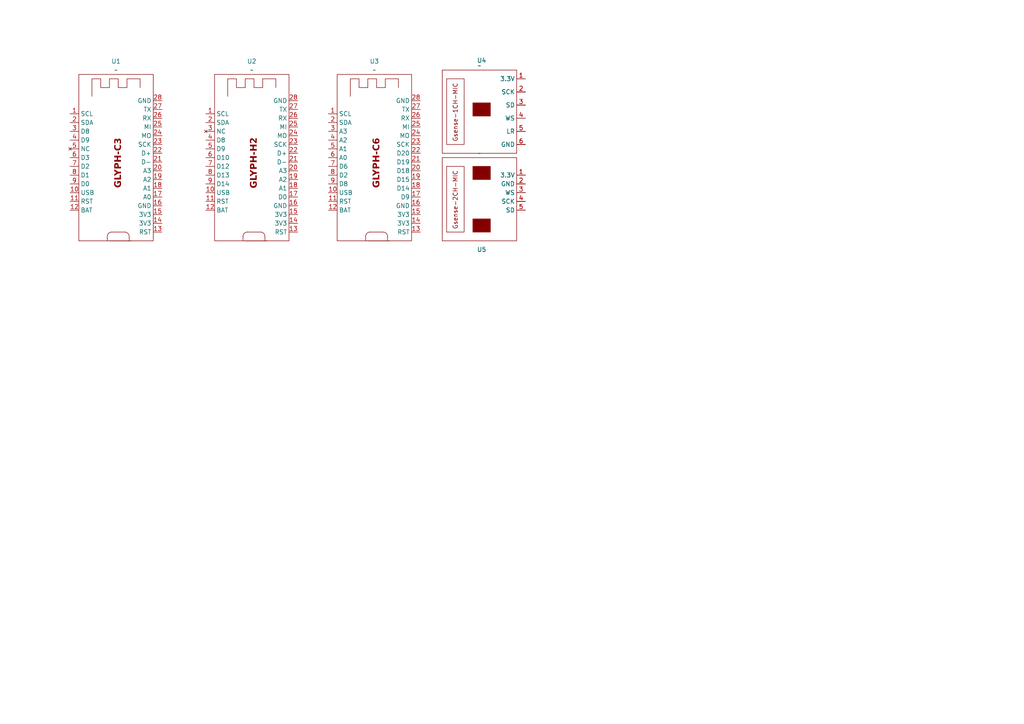
<source format=kicad_sch>
(kicad_sch (version 20250114) (generator "eeschema") (generator_version "9.0")
  (paper "A4")
  (lib_symbols
    (symbol "GlypC6:GLYPHC6"
      (property "Reference" "U1" (at -0.635 29.21 0))
      (property "Value" "~" (at -0.635 26.67 0))
      (symbol "GLYPHC6_0_1"
        (rectangle (start -11.43 25.4) (end 10.16 -22.86))
        (polyline (pts (xy -7.62 19.05) (xy -7.62 24.13) (xy -5.08 24.13) (xy -5.08 21.59) (xy -2.54 21.59) (xy -2.54 24.13) (xy 0 24.13) (xy 0 21.59) (xy 2.54 21.59) (xy 2.54 24.13) (xy 6.35 24.13) (xy 6.35 21.59)))
        (polyline (pts (xy -3.175 -21.59) (xy -3.175 -22.86)))
        (polyline (pts (xy -2.54 -22.86) (xy 3.81 -22.86)))
        (arc (start -3.175 -21.59) (mid -2.803 -20.692) (end -1.905 -20.32))
        (polyline (pts (xy 1.905 -20.32) (xy -1.905 -20.32)))
        (arc (start 1.9051 -20.3199) (mid 2.8031 -20.6919) (end 3.1751 -21.5899))
        (polyline (pts (xy 3.175 -21.59) (xy 3.175 -22.86)))
        (rectangle (start 3.81 -22.86) (end 3.81 -22.86))
      )
      (symbol "GLYPHC6_1_0"
        (pin power_in line (at -13.97 -8.89 0) (length 2.54) (name "USB") (number "10"))
        (pin passive line (at -13.97 -11.43 0) (length 2.54) (name "RST") (number "11"))
        (pin power_in line (at -13.97 -13.97 0) (length 2.54) (name "BAT") (number "12"))
        (pin power_in line (at 12.7 17.78 180) (length 2.54) (name "GND") (number "28"))
        (pin bidirectional line (at 12.7 15.24 180) (length 2.54) (name "TX") (number "27"))
        (pin bidirectional line (at 12.7 12.7 180) (length 2.54) (name "RX") (number "26"))
        (pin bidirectional line (at 12.7 10.16 180) (length 2.54) (name "MI") (number "25"))
        (pin bidirectional line (at 12.7 7.62 180) (length 2.54) (name "MO") (number "24"))
        (pin bidirectional line (at 12.7 5.08 180) (length 2.54) (name "SCK") (number "23"))
        (pin bidirectional line (at 12.7 2.54 180) (length 2.54) (name "D20") (number "22"))
        (pin bidirectional line (at 12.7 0 180) (length 2.54) (name "D19") (number "21"))
        (pin bidirectional line (at 12.7 -2.54 180) (length 2.54) (name "D18") (number "20"))
        (pin bidirectional line (at 12.7 -5.08 180) (length 2.54) (name "D15") (number "19"))
        (pin bidirectional line (at 12.7 -7.62 180) (length 2.54) (name "D14") (number "18"))
        (pin bidirectional line (at 12.7 -10.16 180) (length 2.54) (name "D9") (number "17"))
        (pin power_in line (at 12.7 -12.7 180) (length 2.54) (name "GND") (number "16"))
        (pin power_in line (at 12.7 -15.24 180) (length 2.54) (name "3V3") (number "15"))
        (pin power_in line (at 12.7 -17.78 180) (length 2.54) (name "3V3") (number "14"))
        (pin passive line (at 12.7 -20.32 180) (length 2.54) (name "RST") (number "13"))
      )
      (symbol "GLYPHC6_1_1"
        (text "GLYPH-C6" (at 0 -0.254 900) (effects (font (size 1.905 1.905) (bold yes))))
        (pin bidirectional line (at -13.97 13.97 0) (length 2.54) (name "SCL") (number "1"))
        (pin bidirectional line (at -13.97 11.43 0) (length 2.54) (name "SDA") (number "2"))
        (pin bidirectional line (at -13.97 8.89 0) (length 2.54) (name "A3") (number "3"))
        (pin bidirectional line (at -13.97 6.35 0) (length 2.54) (name "A2") (number "4"))
        (pin bidirectional line (at -13.97 3.81 0) (length 2.54) (name "A1") (number "5"))
        (pin bidirectional line (at -13.97 1.27 0) (length 2.54) (name "A0") (number "6"))
        (pin bidirectional line (at -13.97 -1.27 0) (length 2.54) (name "D6") (number "7"))
        (pin bidirectional line (at -13.97 -3.81 0) (length 2.54) (name "D2") (number "8"))
        (pin bidirectional line (at -13.97 -6.35 0) (length 2.54) (name "D8") (number "9"))
      )
    )
    (symbol "GlyphC3:GLYPHC3"
      (property "Reference" "U2" (at -0.635 29.21 0))
      (property "Value" "~" (at -0.635 26.67 0))
      (symbol "GLYPHC3_0_1"
        (rectangle (start -11.43 25.4) (end 10.16 -22.86))
        (polyline (pts (xy -7.62 19.05) (xy -7.62 24.13) (xy -5.08 24.13) (xy -5.08 21.59) (xy -2.54 21.59) (xy -2.54 24.13) (xy 0 24.13) (xy 0 21.59) (xy 2.54 21.59) (xy 2.54 24.13) (xy 6.35 24.13) (xy 6.35 21.59)))
        (polyline (pts (xy -3.175 -21.59) (xy -3.175 -22.86)))
        (polyline (pts (xy -2.54 -22.86) (xy 3.81 -22.86)))
        (arc (start -3.175 -21.59) (mid -2.803 -20.692) (end -1.905 -20.32))
        (polyline (pts (xy 1.905 -20.32) (xy -1.905 -20.32)))
        (arc (start 1.9051 -20.3199) (mid 2.8031 -20.6919) (end 3.1751 -21.5899))
        (polyline (pts (xy 3.175 -21.59) (xy 3.175 -22.86)))
        (rectangle (start 3.81 -22.86) (end 3.81 -22.86))
      )
      (symbol "GLYPHC3_1_0"
        (pin power_in line (at -13.97 -8.89 0) (length 2.54) (name "USB") (number "10"))
        (pin passive line (at -13.97 -11.43 0) (length 2.54) (name "RST") (number "11"))
        (pin power_in line (at -13.97 -13.97 0) (length 2.54) (name "BAT") (number "12"))
        (pin power_in line (at 12.7 17.78 180) (length 2.54) (name "GND") (number "28"))
        (pin bidirectional line (at 12.7 15.24 180) (length 2.54) (name "TX") (number "27"))
        (pin bidirectional line (at 12.7 12.7 180) (length 2.54) (name "RX") (number "26"))
        (pin bidirectional line (at 12.7 10.16 180) (length 2.54) (name "MI") (number "25"))
        (pin bidirectional line (at 12.7 7.62 180) (length 2.54) (name "MO") (number "24"))
        (pin bidirectional line (at 12.7 5.08 180) (length 2.54) (name "SCK") (number "23"))
        (pin bidirectional line (at 12.7 2.54 180) (length 2.54) (name "D+") (number "22"))
        (pin bidirectional line (at 12.7 0 180) (length 2.54) (name "D-") (number "21"))
        (pin bidirectional line (at 12.7 -2.54 180) (length 2.54) (name "A3") (number "20"))
        (pin bidirectional line (at 12.7 -5.08 180) (length 2.54) (name "A2") (number "19"))
        (pin bidirectional line (at 12.7 -7.62 180) (length 2.54) (name "A1") (number "18"))
        (pin bidirectional line (at 12.7 -10.16 180) (length 2.54) (name "A0") (number "17"))
        (pin power_in line (at 12.7 -12.7 180) (length 2.54) (name "GND") (number "16"))
        (pin power_in line (at 12.7 -15.24 180) (length 2.54) (name "3V3") (number "15"))
        (pin power_in line (at 12.7 -17.78 180) (length 2.54) (name "3V3") (number "14"))
        (pin passive line (at 12.7 -20.32 180) (length 2.54) (name "RST") (number "13"))
      )
      (symbol "GLYPHC3_1_1"
        (text "GLYPH-C3" (at 0 -0.254 900) (effects (font (size 1.905 1.905) (bold yes))))
        (pin bidirectional line (at -13.97 13.97 0) (length 2.54) (name "SCL") (number "1"))
        (pin bidirectional line (at -13.97 11.43 0) (length 2.54) (name "SDA") (number "2"))
        (pin bidirectional line (at -13.97 8.89 0) (length 2.54) (name "D8") (number "3"))
        (pin bidirectional line (at -13.97 6.35 0) (length 2.54) (name "D9") (number "4"))
        (pin no_connect line (at -13.97 3.81 0) (length 2.54) (name "NC") (number "5"))
        (pin bidirectional line (at -13.97 1.27 0) (length 2.54) (name "D3") (number "6"))
        (pin bidirectional line (at -13.97 -1.27 0) (length 2.54) (name "D2") (number "7"))
        (pin bidirectional line (at -13.97 -3.81 0) (length 2.54) (name "D1") (number "8"))
        (pin bidirectional line (at -13.97 -6.35 0) (length 2.54) (name "D0") (number "9"))
      )
    )
    (symbol "GlyphH2:GLYPHH2"
      (property "Reference" "U2" (at -0.635 29.21 0))
      (property "Value" "~" (at -0.635 26.67 0))
      (symbol "GLYPHH2_0_1"
        (rectangle (start -11.43 25.4) (end 10.16 -22.86))
        (polyline (pts (xy -7.62 19.05) (xy -7.62 24.13) (xy -5.08 24.13) (xy -5.08 21.59) (xy -2.54 21.59) (xy -2.54 24.13) (xy 0 24.13) (xy 0 21.59) (xy 2.54 21.59) (xy 2.54 24.13) (xy 6.35 24.13) (xy 6.35 21.59)))
        (polyline (pts (xy -3.175 -21.59) (xy -3.175 -22.86)))
        (polyline (pts (xy -2.54 -22.86) (xy 3.81 -22.86)))
        (arc (start -3.175 -21.59) (mid -2.803 -20.692) (end -1.905 -20.32))
        (polyline (pts (xy 1.905 -20.32) (xy -1.905 -20.32)))
        (arc (start 1.9051 -20.3199) (mid 2.8031 -20.6919) (end 3.1751 -21.5899))
        (polyline (pts (xy 3.175 -21.59) (xy 3.175 -22.86)))
        (rectangle (start 3.81 -22.86) (end 3.81 -22.86))
      )
      (symbol "GLYPHH2_1_0"
        (pin power_in line (at -13.97 -8.89 0) (length 2.54) (name "USB") (number "10"))
        (pin passive line (at -13.97 -11.43 0) (length 2.54) (name "RST") (number "11"))
        (pin power_in line (at -13.97 -13.97 0) (length 2.54) (name "BAT") (number "12"))
        (pin power_in line (at 12.7 17.78 180) (length 2.54) (name "GND") (number "28"))
        (pin bidirectional line (at 12.7 15.24 180) (length 2.54) (name "TX") (number "27"))
        (pin bidirectional line (at 12.7 12.7 180) (length 2.54) (name "RX") (number "26"))
        (pin bidirectional line (at 12.7 10.16 180) (length 2.54) (name "MI") (number "25"))
        (pin bidirectional line (at 12.7 7.62 180) (length 2.54) (name "MO") (number "24"))
        (pin bidirectional line (at 12.7 5.08 180) (length 2.54) (name "SCK") (number "23"))
        (pin bidirectional line (at 12.7 2.54 180) (length 2.54) (name "D+") (number "22"))
        (pin bidirectional line (at 12.7 0 180) (length 2.54) (name "D-") (number "21"))
        (pin bidirectional line (at 12.7 -2.54 180) (length 2.54) (name "A3") (number "20"))
        (pin bidirectional line (at 12.7 -5.08 180) (length 2.54) (name "A2") (number "19"))
        (pin bidirectional line (at 12.7 -7.62 180) (length 2.54) (name "A1") (number "18"))
        (pin bidirectional line (at 12.7 -10.16 180) (length 2.54) (name "D0") (number "17"))
        (pin power_in line (at 12.7 -12.7 180) (length 2.54) (name "GND") (number "16"))
        (pin power_in line (at 12.7 -15.24 180) (length 2.54) (name "3V3") (number "15"))
        (pin power_in line (at 12.7 -17.78 180) (length 2.54) (name "3V3") (number "14"))
        (pin passive line (at 12.7 -20.32 180) (length 2.54) (name "RST") (number "13"))
      )
      (symbol "GLYPHH2_1_1"
        (text "GLYPH-H2" (at 0 -0.254 900) (effects (font (size 1.905 1.905) (bold yes))))
        (pin bidirectional line (at -13.97 13.97 0) (length 2.54) (name "SCL") (number "1"))
        (pin bidirectional line (at -13.97 11.43 0) (length 2.54) (name "SDA") (number "2"))
        (pin no_connect line (at -13.97 8.89 0) (length 2.54) (name "NC") (number "3"))
        (pin bidirectional line (at -13.97 6.35 0) (length 2.54) (name "D8") (number "4"))
        (pin bidirectional line (at -13.97 3.81 0) (length 2.54) (name "D9") (number "5"))
        (pin bidirectional line (at -13.97 1.27 0) (length 2.54) (name "D10") (number "6"))
        (pin bidirectional line (at -13.97 -1.27 0) (length 2.54) (name "D12") (number "7"))
        (pin bidirectional line (at -13.97 -3.81 0) (length 2.54) (name "D13") (number "8"))
        (pin bidirectional line (at -13.97 -6.35 0) (length 2.54) (name "D14") (number "9"))
      )
    )
    (symbol "Gsense-1CH-MIC:Gsense-1CH-MIC"
      (property "Reference" "U" (at 0.762 14.732 0))
      (property "Value" "~" (at -175.26 37.465 0))
      (symbol "Gsense-1CH-MIC_0_1"
        (rectangle (start -11.43 11.43) (end 10.16 -12.7))
      )
      (symbol "Gsense-1CH-MIC_1_1"
        (rectangle (start -10.16 8.89) (end -5.08 -10.16))
        (rectangle (start -2.54 1.905) (end 2.54 -1.905) (fill (type outline)))
        (text "Gsense-1CH-MIC" (at -7.62 -0.762 900) (effects (font (size 1.27 1.27))))
        (pin power_in line (at 12.7 8.89 180) (length 2.54) (name "3.3V") (number "1"))
        (pin bidirectional line (at 12.7 5.08 180) (length 2.54) (name "SCK") (number "2"))
        (pin bidirectional line (at 12.7 1.27 180) (length 2.54) (name "SD") (number "3"))
        (pin bidirectional line (at 12.7 -2.54 180) (length 2.54) (name "WS") (number "4"))
        (pin bidirectional line (at 12.7 -6.35 180) (length 2.54) (name "LR") (number "5"))
        (pin power_in line (at 12.7 -10.16 180) (length 2.54) (name "GND") (number "6"))
      )
    )
    (symbol "Gsense-2CH-MIC:Gsense-2CH-MIC"
      (property "Reference" "U" (at 0 12.954 0))
      (symbol "Gsense-2CH-MIC_0_1"
        (rectangle (start -11.43 11.43) (end 10.16 -12.7))
      )
      (symbol "Gsense-2CH-MIC_1_1"
        (rectangle (start -10.16 8.89) (end -5.08 -10.16))
        (rectangle (start -2.54 8.89) (end 2.54 5.08) (fill (type outline)))
        (rectangle (start -2.54 -6.35) (end 2.54 -10.16) (fill (type outline)))
        (text "Gsense-2CH-MIC" (at -7.62 -0.762 900) (effects (font (size 1.27 1.27))))
        (pin power_in line (at 12.7 6.35 180) (length 2.54) (name "3.3V") (number "1"))
        (pin power_in line (at 12.7 3.81 180) (length 2.54) (name "GND") (number "2"))
        (pin bidirectional line (at 12.7 1.27 180) (length 2.54) (name "WS") (number "3"))
        (pin bidirectional line (at 12.7 -1.27 180) (length 2.54) (name "SCK") (number "4"))
        (pin bidirectional line (at 12.7 -3.81 180) (length 2.54) (name "SD") (number "5"))
      )
    )
  )
  (symbol (lib_id "GlyphH2:GLYPHH2") (at 73.66 46.99 0) (unit 1)
    (property "Reference" "U2" (at 73.025 17.78 0))
    (property "Value" "~" (at 73.025 20.32 0))
    (property "Footprint" "PCBCUPID-GLYPH_H2-FOOTPRINT:GlyphH2" (effects (hide yes)))
  )
  (symbol (lib_id "GlypC6:GLYPHC6") (at 109.22 46.99 0) (unit 1)
    (property "Reference" "U3" (at 108.585 17.78 0))
    (property "Value" "~" (at 108.585 20.32 0))
    (property "Footprint" "GLYPHC6:GLYPH-C6" (effects (hide yes)))
  )
  (symbol (lib_id "GlyphC3:GLYPHC3") (at 34.29 46.99 0) (unit 1)
    (property "Reference" "U1" (at 33.655 17.78 0))
    (property "Value" "~" (at 33.655 20.32 0))
    (property "Footprint" "PCBCUPID-GLYPHC3-Footprint:GlyphC3" (effects (hide yes)))
  )
  (symbol (lib_id "Gsense-2CH-MIC:Gsense-2CH-MIC") (at 139.7 57.15 0) (unit 1)
    (property "Reference" "U5" (at 139.7 72.39 0))
    (property "Value" "~" (at 139.065 44.45 0))
  )
  (symbol (lib_id "Gsense-1CH-MIC:Gsense-1CH-MIC") (at 139.7 31.75 0) (unit 1)
    (property "Reference" "U4" (at 139.7 17.526 0))
    (property "Value" "~" (at 139.065 19.05 0))
    (property "Footprint" "mic:CH1_mic_footprint" (effects (hide yes)))
  )
)
</source>
